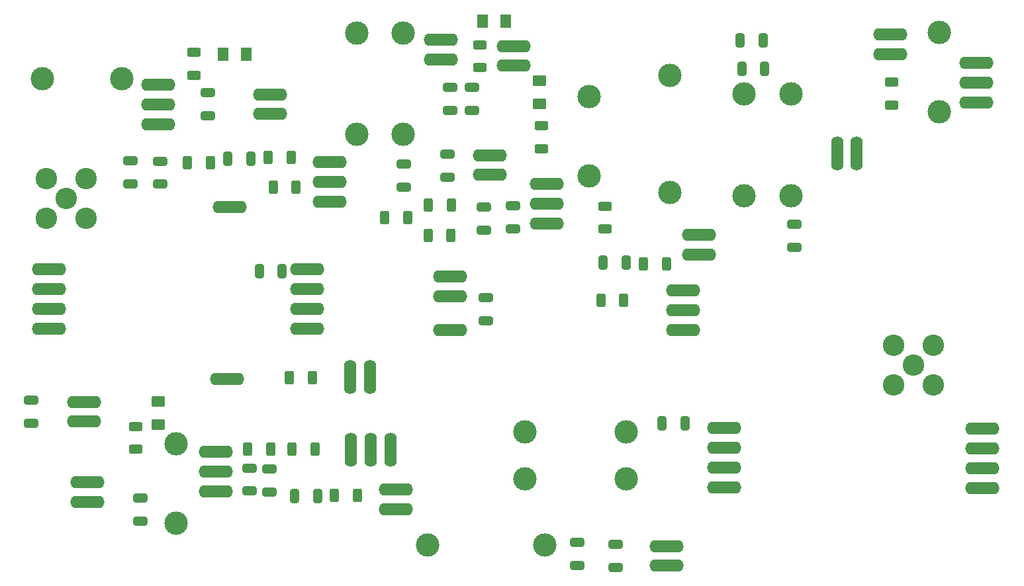
<source format=gbr>
%TF.GenerationSoftware,KiCad,Pcbnew,(6.0.7)*%
%TF.CreationDate,2023-02-10T17:21:08-05:00*%
%TF.ProjectId,Phoenix612_MultiStage_PA_Testing_v3,50686f65-6e69-4783-9631-325f4d756c74,rev?*%
%TF.SameCoordinates,Original*%
%TF.FileFunction,Soldermask,Top*%
%TF.FilePolarity,Negative*%
%FSLAX46Y46*%
G04 Gerber Fmt 4.6, Leading zero omitted, Abs format (unit mm)*
G04 Created by KiCad (PCBNEW (6.0.7)) date 2023-02-10 17:21:08*
%MOMM*%
%LPD*%
G01*
G04 APERTURE LIST*
G04 Aperture macros list*
%AMRoundRect*
0 Rectangle with rounded corners*
0 $1 Rounding radius*
0 $2 $3 $4 $5 $6 $7 $8 $9 X,Y pos of 4 corners*
0 Add a 4 corners polygon primitive as box body*
4,1,4,$2,$3,$4,$5,$6,$7,$8,$9,$2,$3,0*
0 Add four circle primitives for the rounded corners*
1,1,$1+$1,$2,$3*
1,1,$1+$1,$4,$5*
1,1,$1+$1,$6,$7*
1,1,$1+$1,$8,$9*
0 Add four rect primitives between the rounded corners*
20,1,$1+$1,$2,$3,$4,$5,0*
20,1,$1+$1,$4,$5,$6,$7,0*
20,1,$1+$1,$6,$7,$8,$9,0*
20,1,$1+$1,$8,$9,$2,$3,0*%
G04 Aperture macros list end*
%ADD10O,4.400000X1.600000*%
%ADD11RoundRect,0.250000X-0.625000X0.312500X-0.625000X-0.312500X0.625000X-0.312500X0.625000X0.312500X0*%
%ADD12C,3.000000*%
%ADD13RoundRect,0.250000X-0.312500X-0.625000X0.312500X-0.625000X0.312500X0.625000X-0.312500X0.625000X0*%
%ADD14RoundRect,0.250001X-0.462499X-0.624999X0.462499X-0.624999X0.462499X0.624999X-0.462499X0.624999X0*%
%ADD15RoundRect,0.250000X0.312500X0.625000X-0.312500X0.625000X-0.312500X-0.625000X0.312500X-0.625000X0*%
%ADD16C,2.750000*%
%ADD17RoundRect,0.250000X-0.650000X0.325000X-0.650000X-0.325000X0.650000X-0.325000X0.650000X0.325000X0*%
%ADD18RoundRect,0.250000X-0.325000X-0.650000X0.325000X-0.650000X0.325000X0.650000X-0.325000X0.650000X0*%
%ADD19RoundRect,0.250001X0.624999X-0.462499X0.624999X0.462499X-0.624999X0.462499X-0.624999X-0.462499X0*%
%ADD20O,1.600000X4.400000*%
%ADD21RoundRect,0.250000X0.650000X-0.325000X0.650000X0.325000X-0.650000X0.325000X-0.650000X-0.325000X0*%
%ADD22RoundRect,0.250000X0.325000X0.650000X-0.325000X0.650000X-0.325000X-0.650000X0.325000X-0.650000X0*%
G04 APERTURE END LIST*
D10*
%TO.C,C31*%
X91186000Y-25083888D03*
X91186000Y-27583888D03*
%TD*%
D11*
%TO.C,R14*%
X50355500Y-25896349D03*
X50355500Y-28821349D03*
%TD*%
D12*
%TO.C,D5*%
X145669000Y-23296849D03*
X145669000Y-33456849D03*
%TD*%
D13*
%TO.C,R6*%
X57211500Y-76621000D03*
X60136500Y-76621000D03*
%TD*%
D10*
%TO.C,J6*%
X76136500Y-84373000D03*
X76136500Y-81833000D03*
%TD*%
D14*
%TO.C,L5*%
X87222000Y-21844000D03*
X90197000Y-21844000D03*
%TD*%
D10*
%TO.C,C8*%
X88201500Y-39042849D03*
X88201500Y-41542849D03*
%TD*%
D13*
%TO.C,R17*%
X80262000Y-49329849D03*
X83187000Y-49329849D03*
%TD*%
D15*
%TO.C,R2*%
X105287000Y-57584849D03*
X102362000Y-57584849D03*
%TD*%
D10*
%TO.C,J11*%
X81915000Y-26792349D03*
X81915000Y-24252349D03*
%TD*%
D11*
%TO.C,R4*%
X94742000Y-35294349D03*
X94742000Y-38219349D03*
%TD*%
D16*
%TO.C,J8*%
X142367000Y-65903349D03*
X144907000Y-63363349D03*
X144907000Y-68443349D03*
X139827000Y-63363349D03*
X139827000Y-68443349D03*
%TD*%
D17*
%TO.C,C11*%
X57467500Y-79083000D03*
X57467500Y-82033000D03*
%TD*%
D18*
%TO.C,C15*%
X120191000Y-24374349D03*
X123141000Y-24374349D03*
%TD*%
D10*
%TO.C,J3*%
X114935000Y-49197849D03*
X114935000Y-51737849D03*
%TD*%
%TO.C,RV3*%
X45720000Y-35115849D03*
X45720000Y-32575849D03*
X45720000Y-30035849D03*
%TD*%
D17*
%TO.C,C17*%
X104267000Y-88875849D03*
X104267000Y-91825849D03*
%TD*%
D10*
%TO.C,C29*%
X60071000Y-31272349D03*
X60071000Y-33772349D03*
%TD*%
%TO.C,C18*%
X110807500Y-89080849D03*
X110807500Y-91580849D03*
%TD*%
D13*
%TO.C,R11*%
X49464500Y-39995349D03*
X52389500Y-39995349D03*
%TD*%
D19*
%TO.C,L1*%
X94551500Y-32465849D03*
X94551500Y-29490849D03*
%TD*%
D17*
%TO.C,C21*%
X99314000Y-88607349D03*
X99314000Y-91557349D03*
%TD*%
D10*
%TO.C,RV2*%
X53149500Y-82082000D03*
X53149500Y-79542000D03*
X53149500Y-77002000D03*
%TD*%
D16*
%TO.C,J9*%
X33972500Y-44567349D03*
X31432500Y-47107349D03*
X31432500Y-42027349D03*
X36512500Y-42027349D03*
X36512500Y-47107349D03*
%TD*%
D17*
%TO.C,C23*%
X45974000Y-39790349D03*
X45974000Y-42740349D03*
%TD*%
D15*
%TO.C,R13*%
X62740000Y-39360349D03*
X59815000Y-39360349D03*
%TD*%
D17*
%TO.C,C28*%
X52133500Y-31027349D03*
X52133500Y-33977349D03*
%TD*%
%TO.C,C26*%
X85915500Y-30328849D03*
X85915500Y-33278849D03*
%TD*%
%TO.C,C3*%
X87376000Y-45695849D03*
X87376000Y-48645849D03*
%TD*%
%TO.C,C24*%
X83121500Y-30343349D03*
X83121500Y-33293349D03*
%TD*%
D20*
%TO.C,Q2*%
X70358000Y-76754349D03*
X72898000Y-76754349D03*
X75438000Y-76754349D03*
%TD*%
D10*
%TO.C,U2*%
X31813500Y-53601849D03*
X31813500Y-56141849D03*
X31813500Y-58681849D03*
X31813500Y-61221849D03*
X64833500Y-61267849D03*
X64833500Y-58727849D03*
X64833500Y-56187849D03*
X64833500Y-53647849D03*
%TD*%
%TO.C,J2*%
X83121500Y-61404500D03*
%TD*%
%TO.C,J5*%
X54546500Y-67691000D03*
%TD*%
%TO.C,RV1*%
X95440500Y-47815849D03*
X95440500Y-45275849D03*
X95440500Y-42735849D03*
%TD*%
D12*
%TO.C,T2*%
X105623500Y-74470000D03*
X92623500Y-74470000D03*
X105623500Y-80470000D03*
X92623500Y-80470000D03*
%TD*%
D19*
%TO.C,L4*%
X45720000Y-73536500D03*
X45720000Y-70561500D03*
%TD*%
D10*
%TO.C,D4*%
X139382500Y-26090849D03*
X139382500Y-23550849D03*
%TD*%
D17*
%TO.C,C2*%
X87630000Y-57252849D03*
X87630000Y-60202849D03*
%TD*%
%TO.C,C5*%
X82740500Y-38901349D03*
X82740500Y-41851349D03*
%TD*%
D11*
%TO.C,R18*%
X139573000Y-29708349D03*
X139573000Y-32633349D03*
%TD*%
D10*
%TO.C,Q3*%
X67712000Y-39931849D03*
X67712000Y-42471849D03*
X67712000Y-45011849D03*
%TD*%
D17*
%TO.C,C1*%
X91122500Y-45490849D03*
X91122500Y-48440849D03*
%TD*%
D10*
%TO.C,J10*%
X54927500Y-45656500D03*
%TD*%
D11*
%TO.C,R9*%
X42862500Y-73761500D03*
X42862500Y-76686500D03*
%TD*%
D10*
%TO.C,C19*%
X36703000Y-80929349D03*
X36703000Y-83429349D03*
%TD*%
%TO.C,U1*%
X118173500Y-73985349D03*
X118173500Y-76525349D03*
X118173500Y-79065349D03*
X118173500Y-81605349D03*
X151193500Y-81651349D03*
X151193500Y-79111349D03*
X151193500Y-76571349D03*
X151193500Y-74031349D03*
%TD*%
D13*
%TO.C,R15*%
X74737500Y-47043849D03*
X77662500Y-47043849D03*
%TD*%
D18*
%TO.C,C20*%
X110158000Y-73332849D03*
X113108000Y-73332849D03*
%TD*%
D17*
%TO.C,C7*%
X127127000Y-47854849D03*
X127127000Y-50804849D03*
%TD*%
%TO.C,C25*%
X42227500Y-39775849D03*
X42227500Y-42725849D03*
%TD*%
D18*
%TO.C,C10*%
X120381500Y-27993849D03*
X123331500Y-27993849D03*
%TD*%
D12*
%TO.C,D2*%
X48006000Y-75986000D03*
X48006000Y-86146000D03*
%TD*%
D13*
%TO.C,R5*%
X62547500Y-67500500D03*
X65472500Y-67500500D03*
%TD*%
D21*
%TO.C,C30*%
X77152500Y-43121349D03*
X77152500Y-40171349D03*
%TD*%
D15*
%TO.C,R7*%
X65786000Y-76621000D03*
X62861000Y-76621000D03*
%TD*%
D14*
%TO.C,L6*%
X54011500Y-26152349D03*
X56986500Y-26152349D03*
%TD*%
D22*
%TO.C,C27*%
X57609000Y-39487349D03*
X54659000Y-39487349D03*
%TD*%
D15*
%TO.C,R3*%
X110746000Y-52949349D03*
X107821000Y-52949349D03*
%TD*%
D12*
%TO.C,T1*%
X120650000Y-31232349D03*
X120650000Y-44232349D03*
X126650000Y-31232349D03*
X126650000Y-44232349D03*
%TD*%
D10*
%TO.C,Q1*%
X112860500Y-56314849D03*
X112860500Y-58854849D03*
X112860500Y-61394849D03*
%TD*%
D15*
%TO.C,R12*%
X63375000Y-43170349D03*
X60450000Y-43170349D03*
%TD*%
D12*
%TO.C,T3*%
X71104500Y-23398849D03*
X71104500Y-36398849D03*
X77104500Y-23398849D03*
X77104500Y-36398849D03*
%TD*%
D18*
%TO.C,C22*%
X58659500Y-53901849D03*
X61609500Y-53901849D03*
%TD*%
D17*
%TO.C,C9*%
X29527500Y-70397349D03*
X29527500Y-73347349D03*
%TD*%
%TO.C,C16*%
X43497500Y-82942000D03*
X43497500Y-85892000D03*
%TD*%
%TO.C,C13*%
X60007500Y-79210000D03*
X60007500Y-82160000D03*
%TD*%
D10*
%TO.C,J12*%
X150368000Y-27185349D03*
X150368000Y-29725349D03*
X150368000Y-32265349D03*
%TD*%
D15*
%TO.C,R8*%
X71185500Y-82590000D03*
X68260500Y-82590000D03*
%TD*%
D22*
%TO.C,C4*%
X105629500Y-52822349D03*
X102679500Y-52822349D03*
%TD*%
D12*
%TO.C,D3*%
X41084500Y-29263849D03*
X30924500Y-29263849D03*
%TD*%
D10*
%TO.C,J1*%
X83058000Y-54595349D03*
X83058000Y-57135349D03*
%TD*%
D11*
%TO.C,R10*%
X86931500Y-24890000D03*
X86931500Y-27815000D03*
%TD*%
D13*
%TO.C,R16*%
X80327500Y-45392849D03*
X83252500Y-45392849D03*
%TD*%
D12*
%TO.C,D1*%
X100901500Y-41709849D03*
X100901500Y-31549849D03*
%TD*%
D11*
%TO.C,R1*%
X102933500Y-45581349D03*
X102933500Y-48506349D03*
%TD*%
D10*
%TO.C,C6*%
X36258500Y-70628500D03*
X36258500Y-73128500D03*
%TD*%
D12*
%TO.C,L2*%
X111188500Y-28812349D03*
X111188500Y-43812349D03*
%TD*%
D20*
%TO.C,J4*%
X72834500Y-67437000D03*
X70294500Y-67437000D03*
%TD*%
D22*
%TO.C,C12*%
X66118000Y-82653500D03*
X63168000Y-82653500D03*
%TD*%
D12*
%TO.C,L3*%
X80193500Y-88953849D03*
X95193500Y-88953849D03*
%TD*%
D20*
%TO.C,C14*%
X132588000Y-38788849D03*
X135088000Y-38788849D03*
%TD*%
M02*

</source>
